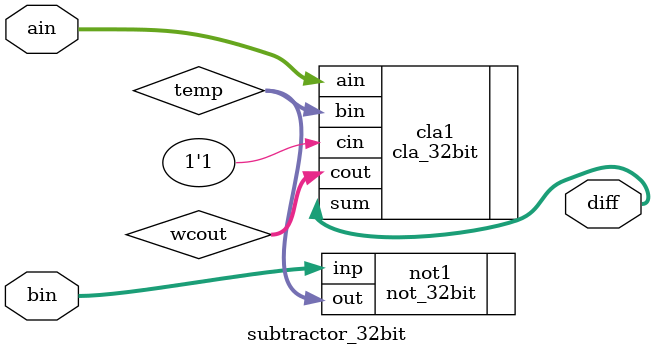
<source format=v>
module subtractor_32bit (
	output [31:0] diff,
	input [31:0] ain,
	input [31:0] bin
);

	wire [31:0] temp, wcout;
	
	not_32bit not1 (
		.out(temp),
		.inp(bin)
	);
	
	cla_32bit cla1 (
		.sum(diff),
		.cout(wcout),
		.ain(ain),
		.bin(temp),
		.cin(1'b1)
	);

endmodule
</source>
